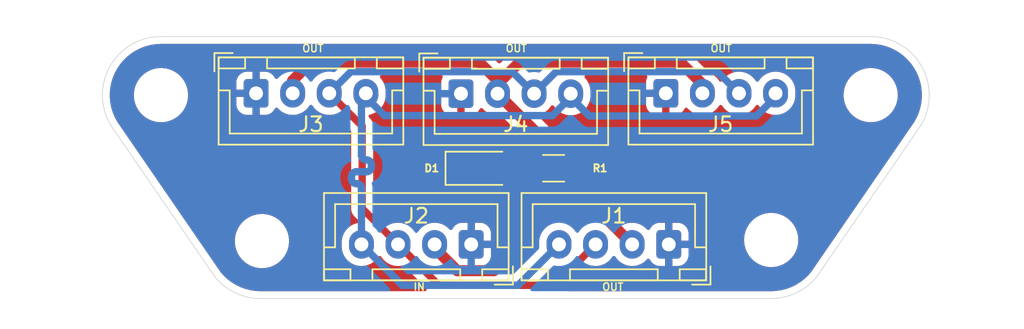
<source format=kicad_pcb>
(kicad_pcb (version 20240108) (generator "pcbnew") (generator_version "8.0")
  (layers (0 "F.Cu" signal) (31 "B.Cu" signal) (34 "B.Paste" user) (35 "F.Paste" user) (36 "B.SilkS" user "B.Silkscreen") (37 "F.SilkS" user "F.Silkscreen") (38 "B.Mask" user) (39 "F.Mask" user) (44 "Edge.Cuts" user))
  (net 0 "")
  (net 1 "GND")
  (net 2 "/PWR_LED")
  (net 3 "/CANL")
  (net 4 "/CANH")
  (net 5 "+5V")
  (footprint "MountingHole:MountingHole_3.2mm_M3" (layer "F.Cu") (at 80.4 53.9)
    (property "Reference" "H2" (hide yes))
    (property "Value" "M3")
    (pad "" np_thru_hole circle (at 0 0.075) (size 3.2 3.2) (drill 3.2) (layers "*.Cu" "*.Mask"))
  )
  (footprint "Connector_JST:JST_XH_B4B-XH-A_1x04_P2.50mm_Vertical" (layer "F.Cu") (at 108 43.875)
    (property "Reference" "J5" (at 3.75 2.125 0) (layer "F.SilkS"))
    (property "Value" "JST-XH 1x4")
    (fp_line (start -2.85 -2.75) (end -2.85 -1.5) (stroke (width 0.12)) (layer "F.SilkS"))
    (fp_line (start -2.56 -2.46) (end -2.56 3.51) (stroke (width 0.12)) (layer "F.SilkS"))
    (fp_line (start -2.56 3.51) (end 10.06 3.51) (stroke (width 0.12)) (layer "F.SilkS"))
    (fp_line (start -2.55 -2.45) (end -2.55 -1.7) (stroke (width 0.12)) (layer "F.SilkS"))
    (fp_line (start -2.55 -1.7) (end -0.75 -1.7) (stroke (width 0.12)) (layer "F.SilkS"))
    (fp_line (start -2.55 -0.2) (end -1.8 -0.2) (stroke (width 0.12)) (layer "F.SilkS"))
    (fp_line (start -1.8 -0.2) (end -1.8 2.75) (stroke (width 0.12)) (layer "F.SilkS"))
    (fp_line (start -1.8 2.75) (end 3.75 2.75) (stroke (width 0.12)) (layer "F.SilkS"))
    (fp_line (start -1.6 -2.75) (end -2.85 -2.75) (stroke (width 0.12)) (layer "F.SilkS"))
    (fp_line (start -0.75 -2.45) (end -2.55 -2.45) (stroke (width 0.12)) (layer "F.SilkS"))
    (fp_line (start -0.75 -1.7) (end -0.75 -2.45) (stroke (width 0.12)) (layer "F.SilkS"))
    (fp_line (start 0.75 -2.45) (end 0.75 -1.7) (stroke (width 0.12)) (layer "F.SilkS"))
    (fp_line (start 0.75 -1.7) (end 6.75 -1.7) (stroke (width 0.12)) (layer "F.SilkS"))
    (fp_line (start 6.75 -2.45) (end 0.75 -2.45) (stroke (width 0.12)) (layer "F.SilkS"))
    (fp_line (start 6.75 -1.7) (end 6.75 -2.45) (stroke (width 0.12)) (layer "F.SilkS"))
    (fp_line (start 8.25 -2.45) (end 8.25 -1.7) (stroke (width 0.12)) (layer "F.SilkS"))
    (fp_line (start 8.25 -1.7) (end 10.05 -1.7) (stroke (width 0.12)) (layer "F.SilkS"))
    (fp_line (start 9.3 -0.2) (end 9.3 2.75) (stroke (width 0.12)) (layer "F.SilkS"))
    (fp_line (start 9.3 2.75) (end 3.75 2.75) (stroke (width 0.12)) (layer "F.SilkS"))
    (fp_line (start 10.05 -2.45) (end 8.25 -2.45) (stroke (width 0.12)) (layer "F.SilkS"))
    (fp_line (start 10.05 -1.7) (end 10.05 -2.45) (stroke (width 0.12)) (layer "F.SilkS"))
    (fp_line (start 10.05 -0.2) (end 9.3 -0.2) (stroke (width 0.12)) (layer "F.SilkS"))
    (fp_line (start 10.06 -2.46) (end -2.56 -2.46) (stroke (width 0.12)) (layer "F.SilkS"))
    (fp_line (start 10.06 3.51) (end 10.06 -2.46) (stroke (width 0.12)) (layer "F.SilkS"))
    (pad "1" thru_hole roundrect (at 0 0) (size 1.7 1.95) (drill 0.95) (layers "*.Cu" "*.Mask") (roundrect_rratio 0.147059) (net 1 "GND"))
    (pad "2" thru_hole oval (at 2.5 0) (size 1.7 1.95) (drill 0.95) (layers "*.Cu" "*.Mask") (net 5 "+5V"))
    (pad "3" thru_hole oval (at 5 0) (size 1.7 1.95) (drill 0.95) (layers "*.Cu" "*.Mask") (net 3 "/CANL"))
    (pad "4" thru_hole oval (at 7.5 0) (size 1.7 1.95) (drill 0.95) (layers "*.Cu" "*.Mask") (net 4 "/CANH"))
  )
  (footprint "LED_SMD:LED_1206_3216Metric" (layer "F.Cu") (at 95.23125 49)
    (property "Reference" "D1" (at -3.23125 0 0) (layer "F.SilkS") (effects (font (size 0.5 0.5))))
    (property "Value" "RED")
    (fp_line (start -2.285 -1.135) (end -2.285 1.135) (stroke (width 0.12)) (layer "F.SilkS"))
    (fp_line (start -2.285 1.135) (end 1.6 1.135) (stroke (width 0.12)) (layer "F.SilkS"))
    (fp_line (start 1.6 -1.135) (end -2.285 -1.135) (stroke (width 0.12)) (layer "F.SilkS"))
    (pad "1" smd roundrect (at -1.4 0) (size 1.25 1.75) (layers "F.Cu" "F.Paste" "F.Mask") (roundrect_rratio 0.2) (net 1 "GND"))
    (pad "2" smd roundrect (at 1.4 0) (size 1.25 1.75) (layers "F.Cu" "F.Paste" "F.Mask") (roundrect_rratio 0.2) (net 2 "/PWR_LED"))
  )
  (footprint "Connector_JST:JST_XH_B4B-XH-A_1x04_P2.50mm_Vertical" (layer "F.Cu") (at 80 43.875)
    (property "Reference" "J3" (at 3.75 2.125 0) (layer "F.SilkS"))
    (property "Value" "JST-XH 1x4")
    (fp_line (start -2.85 -2.75) (end -2.85 -1.5) (stroke (width 0.12)) (layer "F.SilkS"))
    (fp_line (start -2.56 -2.46) (end -2.56 3.51) (stroke (width 0.12)) (layer "F.SilkS"))
    (fp_line (start -2.56 3.51) (end 10.06 3.51) (stroke (width 0.12)) (layer "F.SilkS"))
    (fp_line (start -2.55 -2.45) (end -2.55 -1.7) (stroke (width 0.12)) (layer "F.SilkS"))
    (fp_line (start -2.55 -1.7) (end -0.75 -1.7) (stroke (width 0.12)) (layer "F.SilkS"))
    (fp_line (start -2.55 -0.2) (end -1.8 -0.2) (stroke (width 0.12)) (layer "F.SilkS"))
    (fp_line (start -1.8 -0.2) (end -1.8 2.75) (stroke (width 0.12)) (layer "F.SilkS"))
    (fp_line (start -1.8 2.75) (end 3.75 2.75) (stroke (width 0.12)) (layer "F.SilkS"))
    (fp_line (start -1.6 -2.75) (end -2.85 -2.75) (stroke (width 0.12)) (layer "F.SilkS"))
    (fp_line (start -0.75 -2.45) (end -2.55 -2.45) (stroke (width 0.12)) (layer "F.SilkS"))
    (fp_line (start -0.75 -1.7) (end -0.75 -2.45) (stroke (width 0.12)) (layer "F.SilkS"))
    (fp_line (start 0.75 -2.45) (end 0.75 -1.7) (stroke (width 0.12)) (layer "F.SilkS"))
    (fp_line (start 0.75 -1.7) (end 6.75 -1.7) (stroke (width 0.12)) (layer "F.SilkS"))
    (fp_line (start 6.75 -2.45) (end 0.75 -2.45) (stroke (width 0.12)) (layer "F.SilkS"))
    (fp_line (start 6.75 -1.7) (end 6.75 -2.45) (stroke (width 0.12)) (layer "F.SilkS"))
    (fp_line (start 8.25 -2.45) (end 8.25 -1.7) (stroke (width 0.12)) (layer "F.SilkS"))
    (fp_line (start 8.25 -1.7) (end 10.05 -1.7) (stroke (width 0.12)) (layer "F.SilkS"))
    (fp_line (start 9.3 -0.2) (end 9.3 2.75) (stroke (width 0.12)) (layer "F.SilkS"))
    (fp_line (start 9.3 2.75) (end 3.75 2.75) (stroke (width 0.12)) (layer "F.SilkS"))
    (fp_line (start 10.05 -2.45) (end 8.25 -2.45) (stroke (width 0.12)) (layer "F.SilkS"))
    (fp_line (start 10.05 -1.7) (end 10.05 -2.45) (stroke (width 0.12)) (layer "F.SilkS"))
    (fp_line (start 10.05 -0.2) (end 9.3 -0.2) (stroke (width 0.12)) (layer "F.SilkS"))
    (fp_line (start 10.06 -2.46) (end -2.56 -2.46) (stroke (width 0.12)) (layer "F.SilkS"))
    (fp_line (start 10.06 3.51) (end 10.06 -2.46) (stroke (width 0.12)) (layer "F.SilkS"))
    (pad "1" thru_hole roundrect (at 0 0) (size 1.7 1.95) (drill 0.95) (layers "*.Cu" "*.Mask") (roundrect_rratio 0.147059) (net 1 "GND"))
    (pad "2" thru_hole oval (at 2.5 0) (size 1.7 1.95) (drill 0.95) (layers "*.Cu" "*.Mask") (net 5 "+5V"))
    (pad "3" thru_hole oval (at 5 0) (size 1.7 1.95) (drill 0.95) (layers "*.Cu" "*.Mask") (net 3 "/CANL"))
    (pad "4" thru_hole oval (at 7.5 0) (size 1.7 1.95) (drill 0.95) (layers "*.Cu" "*.Mask") (net 4 "/CANH"))
  )
  (footprint "MountingHole:MountingHole_3.2mm_M3" (layer "F.Cu") (at 122 44)
    (property "Reference" "H2" (hide yes))
    (property "Value" "M3")
    (pad "" np_thru_hole circle (at 0 0) (size 3.2 3.2) (drill 3.2) (layers "*.Cu" "*.Mask"))
  )
  (footprint "Connector_JST:JST_XH_B4B-XH-A_1x04_P2.50mm_Vertical" (layer "F.Cu") (at 108.2 54.2 180)
    (property "Reference" "J1" (at 3.75 1.95 0) (layer "F.SilkS"))
    (property "Value" "JST-XH 1x4")
    (fp_line (start 10.06 3.51) (end 10.06 -2.46) (stroke (width 0.12)) (layer "F.SilkS"))
    (fp_line (start 10.06 -2.46) (end -2.56 -2.46) (stroke (width 0.12)) (layer "F.SilkS"))
    (fp_line (start 10.05 -0.2) (end 9.3 -0.2) (stroke (width 0.12)) (layer "F.SilkS"))
    (fp_line (start 10.05 -1.7) (end 10.05 -2.45) (stroke (width 0.12)) (layer "F.SilkS"))
    (fp_line (start 10.05 -2.45) (end 8.25 -2.45) (stroke (width 0.12)) (layer "F.SilkS"))
    (fp_line (start 9.3 2.75) (end 3.75 2.75) (stroke (width 0.12)) (layer "F.SilkS"))
    (fp_line (start 9.3 -0.2) (end 9.3 2.75) (stroke (width 0.12)) (layer "F.SilkS"))
    (fp_line (start 8.25 -1.7) (end 10.05 -1.7) (stroke (width 0.12)) (layer "F.SilkS"))
    (fp_line (start 8.25 -2.45) (end 8.25 -1.7) (stroke (width 0.12)) (layer "F.SilkS"))
    (fp_line (start 6.75 -1.7) (end 6.75 -2.45) (stroke (width 0.12)) (layer "F.SilkS"))
    (fp_line (start 6.75 -2.45) (end 0.75 -2.45) (stroke (width 0.12)) (layer "F.SilkS"))
    (fp_line (start 0.75 -1.7) (end 6.75 -1.7) (stroke (width 0.12)) (layer "F.SilkS"))
    (fp_line (start 0.75 -2.45) (end 0.75 -1.7) (stroke (width 0.12)) (layer "F.SilkS"))
    (fp_line (start -0.75 -1.7) (end -0.75 -2.45) (stroke (width 0.12)) (layer "F.SilkS"))
    (fp_line (start -0.75 -2.45) (end -2.55 -2.45) (stroke (width 0.12)) (layer "F.SilkS"))
    (fp_line (start -1.6 -2.75) (end -2.85 -2.75) (stroke (width 0.12)) (layer "F.SilkS"))
    (fp_line (start -1.8 2.75) (end 3.75 2.75) (stroke (width 0.12)) (layer "F.SilkS"))
    (fp_line (start -1.8 -0.2) (end -1.8 2.75) (stroke (width 0.12)) (layer "F.SilkS"))
    (fp_line (start -2.55 -0.2) (end -1.8 -0.2) (stroke (width 0.12)) (layer "F.SilkS"))
    (fp_line (start -2.55 -1.7) (end -0.75 -1.7) (stroke (width 0.12)) (layer "F.SilkS"))
    (fp_line (start -2.55 -2.45) (end -2.55 -1.7) (stroke (width 0.12)) (layer "F.SilkS"))
    (fp_line (start -2.56 3.51) (end 10.06 3.51) (stroke (width 0.12)) (layer "F.SilkS"))
    (fp_line (start -2.56 -2.46) (end -2.56 3.51) (stroke (width 0.12)) (layer "F.SilkS"))
    (fp_line (start -2.85 -2.75) (end -2.85 -1.5) (stroke (width 0.12)) (layer "F.SilkS"))
    (pad "1" thru_hole roundrect (at 0 0 180) (size 1.7 1.95) (drill 0.95) (layers "*.Cu" "*.Mask") (roundrect_rratio 0.147059) (net 1 "GND"))
    (pad "2" thru_hole oval (at 2.5 0 180) (size 1.7 1.95) (drill 0.95) (layers "*.Cu" "*.Mask") (net 5 "+5V"))
    (pad "3" thru_hole oval (at 5 0 180) (size 1.7 1.95) (drill 0.95) (layers "*.Cu" "*.Mask") (net 3 "/CANL"))
    (pad "4" thru_hole oval (at 7.5 0 180) (size 1.7 1.95) (drill 0.95) (layers "*.Cu" "*.Mask") (net 4 "/CANH"))
  )
  (footprint "Resistor_SMD:R_1206_3216Metric" (layer "F.Cu") (at 100.33125 49 180)
    (property "Reference" "R1" (at -3.16875 0 0) (layer "F.SilkS") (effects (font (size 0.5 0.5))))
    (property "Value" "220")
    (fp_line (start -0.727064 0.91) (end 0.727064 0.91) (stroke (width 0.12)) (layer "F.SilkS"))
    (fp_line (start -0.727064 -0.91) (end 0.727064 -0.91) (stroke (width 0.12)) (layer "F.SilkS"))
    (pad "1" smd roundrect (at -1.4625 0 180) (size 1.125 1.75) (layers "F.Cu" "F.Paste" "F.Mask") (roundrect_rratio 0.222222) (net 5 "+5V"))
    (pad "2" smd roundrect (at 1.4625 0 180) (size 1.125 1.75) (layers "F.Cu" "F.Paste" "F.Mask") (roundrect_rratio 0.222222) (net 2 "/PWR_LED"))
  )
  (footprint "MountingHole:MountingHole_3.2mm_M3" (layer "F.Cu") (at 73.5 44)
    (property "Reference" "H2" (hide yes))
    (property "Value" "M3")
    (pad "" np_thru_hole circle (at 0 0) (size 3.2 3.2) (drill 3.2) (layers "*.Cu" "*.Mask"))
  )
  (footprint "Connector_JST:JST_XH_B4B-XH-A_1x04_P2.50mm_Vertical" (layer "F.Cu") (at 94 43.9)
    (property "Reference" "J4" (at 3.75 2.1 0) (layer "F.SilkS"))
    (property "Value" "JST-XH 1x4")
    (fp_line (start -2.85 -2.75) (end -2.85 -1.5) (stroke (width 0.12)) (layer "F.SilkS"))
    (fp_line (start -2.56 -2.46) (end -2.56 3.51) (stroke (width 0.12)) (layer "F.SilkS"))
    (fp_line (start -2.56 3.51) (end 10.06 3.51) (stroke (width 0.12)) (layer "F.SilkS"))
    (fp_line (start -2.55 -2.45) (end -2.55 -1.7) (stroke (width 0.12)) (layer "F.SilkS"))
    (fp_line (start -2.55 -1.7) (end -0.75 -1.7) (stroke (width 0.12)) (layer "F.SilkS"))
    (fp_line (start -2.55 -0.2) (end -1.8 -0.2) (stroke (width 0.12)) (layer "F.SilkS"))
    (fp_line (start -1.8 -0.2) (end -1.8 2.75) (stroke (width 0.12)) (layer "F.SilkS"))
    (fp_line (start -1.8 2.75) (end 3.75 2.75) (stroke (width 0.12)) (layer "F.SilkS"))
    (fp_line (start -1.6 -2.75) (end -2.85 -2.75) (stroke (width 0.12)) (layer "F.SilkS"))
    (fp_line (start -0.75 -2.45) (end -2.55 -2.45) (stroke (width 0.12)) (layer "F.SilkS"))
    (fp_line (start -0.75 -1.7) (end -0.75 -2.45) (stroke (width 0.12)) (layer "F.SilkS"))
    (fp_line (start 0.75 -2.45) (end 0.75 -1.7) (stroke (width 0.12)) (layer "F.SilkS"))
    (fp_line (start 0.75 -1.7) (end 6.75 -1.7) (stroke (width 0.12)) (layer "F.SilkS"))
    (fp_line (start 6.75 -2.45) (end 0.75 -2.45) (stroke (width 0.12)) (layer "F.SilkS"))
    (fp_line (start 6.75 -1.7) (end 6.75 -2.45) (stroke (width 0.12)) (layer "F.SilkS"))
    (fp_line (start 8.25 -2.45) (end 8.25 -1.7) (stroke (width 0.12)) (layer "F.SilkS"))
    (fp_line (start 8.25 -1.7) (end 10.05 -1.7) (stroke (width 0.12)) (layer "F.SilkS"))
    (fp_line (start 9.3 -0.2) (end 9.3 2.75) (stroke (width 0.12)) (layer "F.SilkS"))
    (fp_line (start 9.3 2.75) (end 3.75 2.75) (stroke (width 0.12)) (layer "F.SilkS"))
    (fp_line (start 10.05 -2.45) (end 8.25 -2.45) (stroke (width 0.12)) (layer "F.SilkS"))
    (fp_line (start 10.05 -1.7) (end 10.05 -2.45) (stroke (width 0.12)) (layer "F.SilkS"))
    (fp_line (start 10.05 -0.2) (end 9.3 -0.2) (stroke (width 0.12)) (layer "F.SilkS"))
    (fp_line (start 10.06 -2.46) (end -2.56 -2.46) (stroke (width 0.12)) (layer "F.SilkS"))
    (fp_line (start 10.06 3.51) (end 10.06 -2.46) (stroke (width 0.12)) (layer "F.SilkS"))
    (pad "1" thru_hole roundrect (at 0 0) (size 1.7 1.95) (drill 0.95) (layers "*.Cu" "*.Mask") (roundrect_rratio 0.147059) (net 1 "GND"))
    (pad "2" thru_hole oval (at 2.5 0) (size 1.7 1.95) (drill 0.95) (layers "*.Cu" "*.Mask") (net 5 "+5V"))
    (pad "3" thru_hole oval (at 5 0) (size 1.7 1.95) (drill 0.95) (layers "*.Cu" "*.Mask") (net 3 "/CANL"))
    (pad "4" thru_hole oval (at 7.5 0) (size 1.7 1.95) (drill 0.95) (layers "*.Cu" "*.Mask") (net 4 "/CANH"))
  )
  (footprint "Connector_JST:JST_XH_B4B-XH-A_1x04_P2.50mm_Vertical" (layer "F.Cu") (at 94.7 54.2 180)
    (property "Reference" "J2" (at 3.75 1.95 0) (layer "F.SilkS"))
    (property "Value" "JST-XH 1x4")
    (fp_line (start 10.06 3.51) (end 10.06 -2.46) (stroke (width 0.12)) (layer "F.SilkS"))
    (fp_line (start 10.06 -2.46) (end -2.56 -2.46) (stroke (width 0.12)) (layer "F.SilkS"))
    (fp_line (start 10.05 -0.2) (end 9.3 -0.2) (stroke (width 0.12)) (layer "F.SilkS"))
    (fp_line (start 10.05 -1.7) (end 10.05 -2.45) (stroke (width 0.12)) (layer "F.SilkS"))
    (fp_line (start 10.05 -2.45) (end 8.25 -2.45) (stroke (width 0.12)) (layer "F.SilkS"))
    (fp_line (start 9.3 2.75) (end 3.75 2.75) (stroke (width 0.12)) (layer "F.SilkS"))
    (fp_line (start 9.3 -0.2) (end 9.3 2.75) (stroke (width 0.12)) (layer "F.SilkS"))
    (fp_line (start 8.25 -1.7) (end 10.05 -1.7) (stroke (width 0.12)) (layer "F.SilkS"))
    (fp_line (start 8.25 -2.45) (end 8.25 -1.7) (stroke (width 0.12)) (layer "F.SilkS"))
    (fp_line (start 6.75 -1.7) (end 6.75 -2.45) (stroke (width 0.12)) (layer "F.SilkS"))
    (fp_line (start 6.75 -2.45) (end 0.75 -2.45) (stroke (width 0.12)) (layer "F.SilkS"))
    (fp_line (start 0.75 -1.7) (end 6.75 -1.7) (stroke (width 0.12)) (layer "F.SilkS"))
    (fp_line (start 0.75 -2.45) (end 0.75 -1.7) (stroke (width 0.12)) (layer "F.SilkS"))
    (fp_line (start -0.75 -1.7) (end -0.75 -2.45) (stroke (width 0.12)) (layer "F.SilkS"))
    (fp_line (start -0.75 -2.45) (end -2.55 -2.45) (stroke (width 0.12)) (layer "F.SilkS"))
    (fp_line (start -1.6 -2.75) (end -2.85 -2.75) (stroke (width 0.12)) (layer "F.SilkS"))
    (fp_line (start -1.8 2.75) (end 3.75 2.75) (stroke (width 0.12)) (layer "F.SilkS"))
    (fp_line (start -1.8 -0.2) (end -1.8 2.75) (stroke (width 0.12)) (layer "F.SilkS"))
    (fp_line (start -2.55 -0.2) (end -1.8 -0.2) (stroke (width 0.12)) (layer "F.SilkS"))
    (fp_line (start -2.55 -1.7) (end -0.75 -1.7) (stroke (width 0.12)) (layer "F.SilkS"))
    (fp_line (start -2.55 -2.45) (end -2.55 -1.7) (stroke (width 0.12)) (layer "F.SilkS"))
    (fp_line (start -2.56 3.51) (end 10.06 3.51) (stroke (width 0.12)) (layer "F.SilkS"))
    (fp_line (start -2.56 -2.46) (end -2.56 3.51) (stroke (width 0.12)) (layer "F.SilkS"))
    (fp_line (start -2.85 -2.75) (end -2.85 -1.5) (stroke (width 0.12)) (layer "F.SilkS"))
    (pad "1" thru_hole roundrect (at 0 0 180) (size 1.7 1.95) (drill 0.95) (layers "*.Cu" "*.Mask") (roundrect_rratio 0.147059) (net 1 "GND"))
    (pad "2" thru_hole oval (at 2.5 0 180) (size 1.7 1.95) (drill 0.95) (layers "*.Cu" "*.Mask") (net 5 "+5V"))
    (pad "3" thru_hole oval (at 5 0 180) (size 1.7 1.95) (drill 0.95) (layers "*.Cu" "*.Mask") (net 3 "/CANL"))
    (pad "4" thru_hole oval (at 7.5 0 180) (size 1.7 1.95) (drill 0.95) (layers "*.Cu" "*.Mask") (net 4 "/CANH"))
  )
  (footprint "MountingHole:MountingHole_3.2mm_M3" (layer "F.Cu") (at 115.2 53.9)
    (property "Reference" "H2" (hide yes))
    (property "Value" "M3")
    (pad "" np_thru_hole circle (at 0 0) (size 3.2 3.2) (drill 3.2) (layers "*.Cu" "*.Mask"))
  )
  (gr_arc (start 80.3 57.9) (mid 78.567245 57.505213) (end 77.176525 56.39878) (stroke (width 0.05)) (layer "Edge.Cuts"))
  (gr_line (start 70.096808 46.101972) (end 77.176525 56.39878) (stroke (width 0.05)) (layer "Edge.Cuts"))
  (gr_arc (start 118.323475 56.39878) (mid 116.932755 57.505213) (end 115.2 57.9) (stroke (width 0.05)) (layer "Edge.Cuts"))
  (gr_line (start 115.2 57.9) (end 80.3 57.9) (stroke (width 0.05)) (layer "Edge.Cuts"))
  (gr_arc (start 70.096808 46.101972) (mid 70.0066 42.051655) (end 73.5 40) (stroke (width 0.05)) (layer "Edge.Cuts"))
  (gr_line (start 73.5 40) (end 122 40) (stroke (width 0.05)) (layer "Edge.Cuts"))
  (gr_line (start 125.403192 46.101972) (end 118.323475 56.39878) (stroke (width 0.05)) (layer "Edge.Cuts"))
  (gr_arc (start 122 40) (mid 125.493414 42.051653) (end 125.403192 46.101972) (stroke (width 0.05)) (layer "Edge.Cuts"))
  (gr_text "OUT" (at 111 41.1 0) (layer "F.SilkS") (effects (font (size 0.5 0.5) (thickness 0.1)) (justify left bottom)))
  (gr_text "IN" (at 90.7 57.4 0) (layer "F.SilkS") (effects (font (size 0.5 0.5) (thickness 0.1)) (justify left bottom)))
  (gr_text "OUT" (at 97 41.1 0) (layer "F.SilkS") (effects (font (size 0.5 0.5) (thickness 0.1)) (justify left bottom)))
  (gr_text "OUT" (at 83.1 41.1 0) (layer "F.SilkS") (effects (font (size 0.5 0.5) (thickness 0.1)) (justify left bottom)))
  (gr_text "OUT" (at 103.6 57.4 0) (layer "F.SilkS") (effects (font (size 0.5 0.5) (thickness 0.1)) (justify left bottom)))
  (segment (start 98.86875 49) (end 96.63125 49) (width 0.75) (layer "F.Cu") (net 2))
  (segment (start 89.7 54.2) (end 87.25 51.75) (width 0.5) (layer "F.Cu") (net 3))
  (segment (start 87.25 51.75) (end 87.25 46.125) (width 0.5) (layer "F.Cu") (net 3))
  (segment (start 89.7 54.2) (end 92.5 57) (width 0.5) (layer "F.Cu") (net 3))
  (segment (start 87.25 46.125) (end 85 43.875) (width 0.5) (layer "F.Cu") (net 3))
  (segment (start 100.4 57) (end 103.2 54.2) (width 0.5) (layer "F.Cu") (net 3))
  (segment (start 92.5 57) (end 100.4 57) (width 0.5) (layer "F.Cu") (net 3))
  (segment (start 111.525 42.4) (end 113 43.875) (width 0.5) (layer "B.Cu") (net 3))
  (segment (start 97.5 42.4) (end 99 43.9) (width 0.5) (layer "B.Cu") (net 3))
  (segment (start 85 43.875) (end 86.475 42.4) (width 0.5) (layer "B.Cu") (net 3))
  (segment (start 99 43.9) (end 100.5 42.4) (width 0.5) (layer "B.Cu") (net 3))
  (segment (start 100.5 42.4) (end 111.525 42.4) (width 0.5) (layer "B.Cu") (net 3))
  (segment (start 86.475 42.4) (end 97.5 42.4) (width 0.5) (layer "B.Cu") (net 3))
  (segment (start 100.25 45.4) (end 101.5 44.15) (width 0.5) (layer "B.Cu") (net 4))
  (segment (start 87.5 44.125) (end 88.775 45.4) (width 0.5) (layer "B.Cu") (net 4))
  (segment (start 87.2 44.175) (end 87.2 48.103473) (width 0.5) (layer "B.Cu") (net 4))
  (segment (start 86.844 50.047473) (end 86.876 50.047473) (width 0.5) (layer "B.Cu") (net 4))
  (segment (start 87.2 54.2) (end 90 57) (width 0.5) (layer "B.Cu") (net 4))
  (segment (start 87.88 48.751473) (end 87.88 48.913473) (width 0.5) (layer "B.Cu") (net 4))
  (segment (start 87.2 50.533473) (end 87.2 51.5) (width 0.5) (layer "B.Cu") (net 4))
  (segment (start 88.775 45.4) (end 100.25 45.4) (width 0.5) (layer "B.Cu") (net 4))
  (segment (start 87.524 48.427473) (end 87.556 48.427473) (width 0.5) (layer "B.Cu") (net 4))
  (segment (start 87.5 43.875) (end 87.2 44.175) (width 0.5) (layer "B.Cu") (net 4))
  (segment (start 87.2 51.5) (end 87.2 54.2) (width 0.5) (layer "B.Cu") (net 4))
  (segment (start 114.2 45.425) (end 115.5 44.125) (width 0.5) (layer "B.Cu") (net 4))
  (segment (start 87.2 50.371473) (end 87.2 50.533473) (width 0.5) (layer "B.Cu") (net 4))
  (segment (start 97.9 57) (end 100.7 54.2) (width 0.5) (layer "B.Cu") (net 4))
  (segment (start 101.5 44.15) (end 102.775 45.425) (width 0.5) (layer "B.Cu") (net 4))
  (segment (start 90 57) (end 97.9 57) (width 0.5) (layer "B.Cu") (net 4))
  (segment (start 86.52 49.561473) (end 86.52 49.723473) (width 0.5) (layer "B.Cu") (net 4))
  (segment (start 87.524 49.237473) (end 86.844 49.237473) (width 0.5) (layer "B.Cu") (net 4))
  (segment (start 102.775 45.425) (end 114.2 45.425) (width 0.5) (layer "B.Cu") (net 4))
  (segment (start 87.556 49.237473) (end 87.524 49.237473) (width 0.5) (layer "B.Cu") (net 4))
  (arc (start 87.88 48.913473) (mid 87.785103 49.142576) (end 87.556 49.237473) (width 0.5) (layer "B.Cu") (net 4))
  (arc (start 86.876 50.047473) (mid 87.105103 50.14237) (end 87.2 50.371473) (width 0.5) (layer "B.Cu") (net 4))
  (arc (start 87.556 48.427473) (mid 87.785103 48.52237) (end 87.88 48.751473) (width 0.5) (layer "B.Cu") (net 4))
  (arc (start 86.844 49.237473) (mid 86.614897 49.33237) (end 86.52 49.561473) (width 0.5) (layer "B.Cu") (net 4))
  (arc (start 86.52 49.723473) (mid 86.614897 49.952576) (end 86.844 50.047473) (width 0.5) (layer "B.Cu") (net 4))
  (arc (start 87.2 48.103473) (mid 87.294897 48.332576) (end 87.524 48.427473) (width 0.5) (layer "B.Cu") (net 4))
  (segment (start 98 41.75) (end 109 41.75) (width 0.75) (layer "F.Cu") (net 5))
  (segment (start 96.25 56) (end 101.79375 50.45625) (width 0.75) (layer "F.Cu") (net 5))
  (segment (start 95.25 41.75) (end 83.75 41.75) (width 0.75) (layer "F.Cu") (net 5))
  (segment (start 109 41.75) (end 110.5 43.25) (width 0.75) (layer "F.Cu") (net 5))
  (segment (start 82.5 43) (end 82.5 43.875) (width 0.75) (layer "F.Cu") (net 5))
  (segment (start 96.5 43.25) (end 98 41.75) (width 0.75) (layer "F.Cu") (net 5))
  (segment (start 110.5 43.25) (end 110.5 43.875) (width 0.75) (layer "F.Cu") (net 5))
  (segment (start 101.79375 50) (end 101.79375 50.29375) (width 0.75) (layer "F.Cu") (net 5))
  (segment (start 101.79375 50.45625) (end 101.79375 49) (width 0.75) (layer "F.Cu") (net 5))
  (segment (start 101.6 49) (end 96.5 43.9) (width 0.75) (layer "F.Cu") (net 5))
  (segment (start 92.2 54.45) (end 93.75 56) (width 0.75) (layer "F.Cu") (net 5))
  (segment (start 83.75 41.75) (end 82.5 43) (width 0.75) (layer "F.Cu") (net 5))
  (segment (start 92.2 54.2) (end 92.2 54.45) (width 0.75) (layer "F.Cu") (net 5))
  (segment (start 96.5 43) (end 95.25 41.75) (width 0.75) (layer "F.Cu") (net 5))
  (segment (start 101.79375 50.29375) (end 105.7 54.2) (width 0.75) (layer "F.Cu") (net 5))
  (segment (start 93.75 56) (end 96.25 56) (width 0.75) (layer "F.Cu") (net 5))
  (segment (start 101.79375 49) (end 101.6 49) (width 0.75) (layer "F.Cu") (net 5))
  (segment (start 96.5 43.9) (end 96.5 43.25) (width 0.75) (layer "F.Cu") (net 5))
  (segment (start 96.5 43.9) (end 96.5 43) (width 0.75) (layer "F.Cu") (net 5))
  (zone (net 1) (net_name "GND") (layers "F&B.Cu") (connect_pads (clearance 0.5)) (min_thickness 0.25) (fill yes (thermal_gap 0.5) (thermal_bridge_width 0.5))
    (polygon (pts (xy 132.5 37.5) (xy 117.5 60) (xy 77.5 60) (xy 62.5 37.5)))
  )
)
</source>
